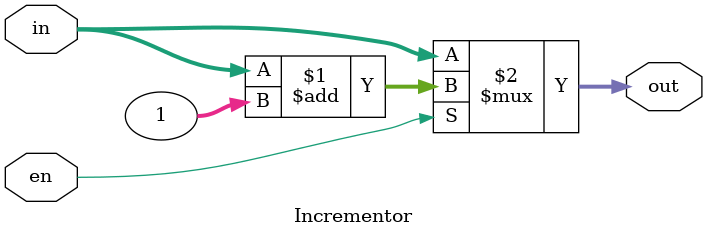
<source format=v>
module Incrementor  #(parameter WORD_LENGTH=32)(in,en,out);

input [WORD_LENGTH-1:0] in;
input en;
output [WORD_LENGTH-1:0] out;

assign out = (en)? in + 1 :in;

endmodule

</source>
